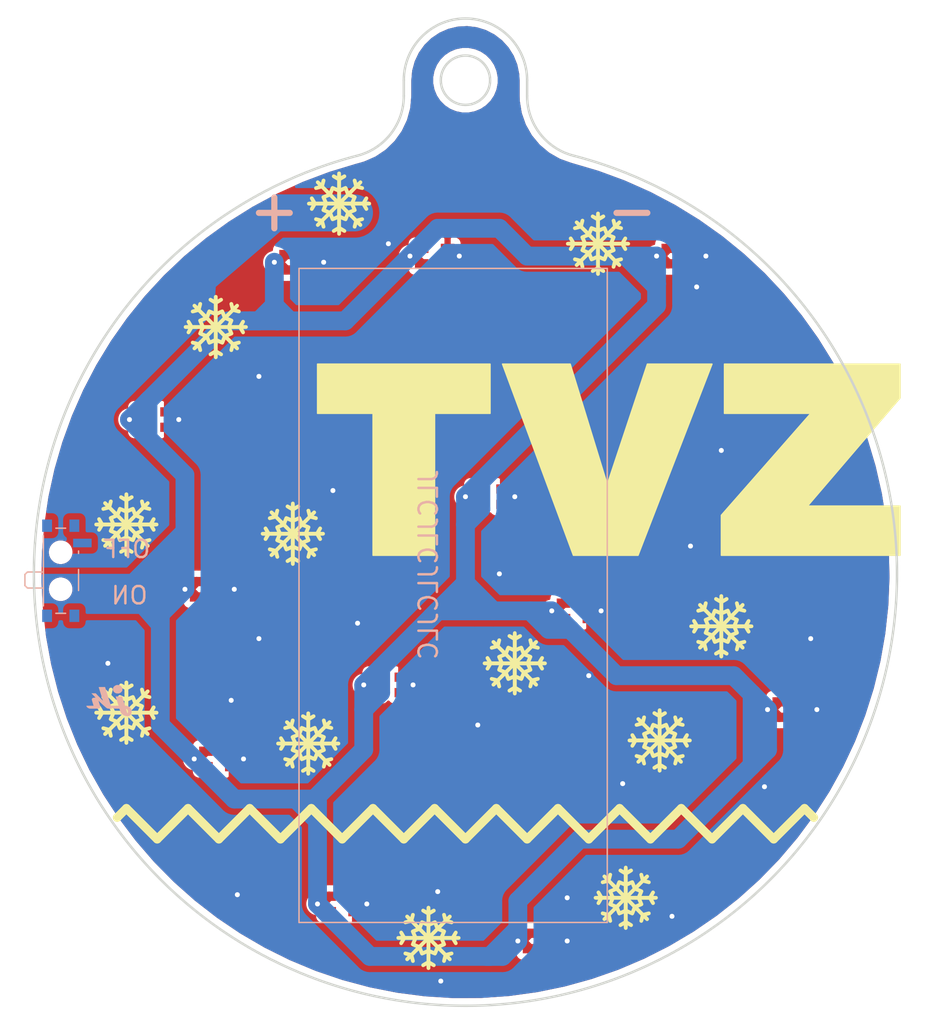
<source format=kicad_pcb>
(kicad_pcb (version 20171130) (host pcbnew "(5.1.10)-1")
  (layers (0 F.Cu signal) (31 B.Cu signal) (34 B.Paste user) (35 F.Paste user) (36 B.SilkS user) (37 F.SilkS user) (38 B.Mask user) (39 F.Mask user) (44 Edge.Cuts user))
  (net 0 "")
  (net 1 "Net-(D1-Pad1)")
  (net 2 "Net-(SW1-Pad3)")
  (net 3 VCC)
  (net 4 GND)
  (module TVZ_kuglica:logo (layer B.Cu) (at 108.05 110.2 180)
    (fp_text reference G*** hide)
    (fp_text value LOGO hide)
  )
  (module TVZ_kuglica:ukras1 (layer F.Cu) (at 116.75 80)
    (fp_text reference G*** hide)
    (fp_text value LOGO hide)
  )
  (module TVZ_kuglica:ukras2 (layer F.Cu) (at 144.25 78.75)
    (fp_text reference G*** hide)
    (fp_text value LOGO hide)
  )
  (module TVZ_kuglica:BAT-2xAAA-horizontalni_padovi (layer B.Cu) (at 136.5 101.75)
    (fp_text reference BT1 hide)
    (fp_text value 2xAAA)
    (pad 1 smd oval (at -10 -31 90) (size 3 6) (layers B.Cu B.Paste B.Mask) (net 3 VCC))
    (pad 2 smd oval (at 9 -31 270) (size 3 6) (layers B.Cu B.Paste B.Mask) (net 4 GND))
  )
  (module TVZ_kuglica:ukras1 (layer F.Cu) (at 150 126.25)
    (fp_text reference G*** hide)
    (fp_text value LOGO hide)
  )
  (module TVZ_kuglica:ukras1 (layer F.Cu) (at 134 129.5)
    (fp_text reference G*** hide)
    (fp_text value LOGO hide)
  )
  (module TVZ_kuglica:ukras1 (layer F.Cu) (at 147.75 73.25)
    (fp_text reference G*** hide)
    (fp_text value LOGO hide)
  )
  (module TVZ_kuglica:ukras3 (layer F.Cu) (at 137 68.75)
    (fp_text reference G*** hide)
    (fp_text value LOGO hide)
  )
  (module TVZ_kuglica:ukras1 (layer F.Cu) (at 152.75 113.5)
    (fp_text reference G*** hide)
    (fp_text value LOGO hide)
  )
  (module TVZ_kuglica:ukras1 (layer F.Cu) (at 157.75 104.25)
    (fp_text reference G*** hide)
    (fp_text value LOGO hide)
  )
  (module TVZ_kuglica:ukras1 (layer F.Cu) (at 141 107.25)
    (fp_text reference G*** hide)
    (fp_text value LOGO hide)
  )
  (module TVZ_kuglica:ukras1 (layer F.Cu) (at 124.25 113.75)
    (fp_text reference G*** hide)
    (fp_text value LOGO hide)
  )
  (module TVZ_kuglica:ukras1 (layer F.Cu) (at 109.5 111.25)
    (fp_text reference G*** hide)
    (fp_text value LOGO hide)
  )
  (module TVZ_kuglica:ukras1 (layer F.Cu) (at 123 96.75)
    (fp_text reference G*** hide)
    (fp_text value LOGO hide)
  )
  (module TVZ_kuglica:ukras1 (layer F.Cu) (at 109.5 96)
    (fp_text reference G*** hide)
    (fp_text value LOGO hide)
  )
  (module TVZ_kuglica:ukras1 (layer F.Cu) (at 126.75 70)
    (fp_text reference G*** hide)
    (fp_text value LOGO hide)
  )
  (module Button_Switch_SMD:SW_SPDT_PCM12 (layer B.Cu) (at 104.5 99.75 90)
    (fp_text reference SW1 hide)
    (fp_text value SW_SPDT)
    (pad "" np_thru_hole circle (at -1.5 -0.33 90) (size 0.9 0.9) (drill 0.9) (layers *.Cu *.Mask))
    (pad "" np_thru_hole circle (at 1.5 -0.33 90) (size 0.9 0.9) (drill 0.9) (layers *.Cu *.Mask))
    (pad 1 smd rect (at -2.25 1.43 90) (size 0.7 1.5) (layers B.Cu B.Paste B.Mask) (net 1 "Net-(D1-Pad1)"))
    (pad 2 smd rect (at 0.75 1.43 90) (size 0.7 1.5) (layers B.Cu B.Paste B.Mask) (net 3 VCC))
    (pad 3 smd rect (at 2.25 1.43 90) (size 0.7 1.5) (layers B.Cu B.Paste B.Mask) (net 2 "Net-(SW1-Pad3)"))
    (pad "" smd rect (at -3.65 -1.43 90) (size 1 0.8) (layers B.Cu B.Paste B.Mask))
    (pad "" smd rect (at 3.65 -1.43 90) (size 1 0.8) (layers B.Cu B.Paste B.Mask))
    (pad "" smd rect (at 3.65 0.78 90) (size 1 0.8) (layers B.Cu B.Paste B.Mask))
    (pad "" smd rect (at -3.65 0.78 90) (size 1 0.8) (layers B.Cu B.Paste B.Mask))
  )
  (module TVZ_kuglica:LED-0807 (layer F.Cu) (at 111.75 87.5)
    (fp_text reference D1 hide)
    (fp_text value RGB)
    (pad 1 smd rect (at -1.05 -0.625) (size 1.1 0.75) (layers F.Cu F.Paste F.Mask) (net 1 "Net-(D1-Pad1)"))
    (pad 2 smd rect (at 1.05 -0.625) (size 1.1 0.75) (layers F.Cu F.Paste F.Mask) (net 4 GND))
    (pad 1 smd rect (at -1.05 0.625) (size 1.1 0.75) (layers F.Cu F.Paste F.Mask) (net 1 "Net-(D1-Pad1)"))
    (pad 2 smd rect (at 1.05 0.625) (size 1.1 0.75) (layers F.Cu F.Paste F.Mask) (net 4 GND))
  )
  (module TVZ_kuglica:LED-0807 (layer F.Cu) (at 123.5 74.75)
    (fp_text reference D2 hide)
    (fp_text value RGB)
    (pad 2 smd rect (at 1.05 0.625) (size 1.1 0.75) (layers F.Cu F.Paste F.Mask) (net 4 GND))
    (pad 1 smd rect (at -1.05 0.625) (size 1.1 0.75) (layers F.Cu F.Paste F.Mask) (net 1 "Net-(D1-Pad1)"))
    (pad 2 smd rect (at 1.05 -0.625) (size 1.1 0.75) (layers F.Cu F.Paste F.Mask) (net 4 GND))
    (pad 1 smd rect (at -1.05 -0.625) (size 1.1 0.75) (layers F.Cu F.Paste F.Mask) (net 1 "Net-(D1-Pad1)"))
  )
  (module TVZ_kuglica:LED-0807 (layer F.Cu) (at 154.5 74.25)
    (fp_text reference D3 hide)
    (fp_text value RGB)
    (pad 1 smd rect (at -1.05 -0.625) (size 1.1 0.75) (layers F.Cu F.Paste F.Mask) (net 1 "Net-(D1-Pad1)"))
    (pad 2 smd rect (at 1.05 -0.625) (size 1.1 0.75) (layers F.Cu F.Paste F.Mask) (net 4 GND))
    (pad 1 smd rect (at -1.05 0.625) (size 1.1 0.75) (layers F.Cu F.Paste F.Mask) (net 1 "Net-(D1-Pad1)"))
    (pad 2 smd rect (at 1.05 0.625) (size 1.1 0.75) (layers F.Cu F.Paste F.Mask) (net 4 GND))
  )
  (module TVZ_kuglica:LED-0807 (layer F.Cu) (at 130.75 109)
    (fp_text reference D4 hide)
    (fp_text value RGB)
    (pad 2 smd rect (at 1.05 0.625) (size 1.1 0.75) (layers F.Cu F.Paste F.Mask) (net 4 GND))
    (pad 1 smd rect (at -1.05 0.625) (size 1.1 0.75) (layers F.Cu F.Paste F.Mask) (net 1 "Net-(D1-Pad1)"))
    (pad 2 smd rect (at 1.05 -0.625) (size 1.1 0.75) (layers F.Cu F.Paste F.Mask) (net 4 GND))
    (pad 1 smd rect (at -1.05 -0.625) (size 1.1 0.75) (layers F.Cu F.Paste F.Mask) (net 1 "Net-(D1-Pad1)"))
  )
  (module TVZ_kuglica:LED-0807 (layer F.Cu) (at 117 115)
    (fp_text reference D5 hide)
    (fp_text value RGB)
    (pad 1 smd rect (at -1.05 -0.625) (size 1.1 0.75) (layers F.Cu F.Paste F.Mask) (net 1 "Net-(D1-Pad1)"))
    (pad 2 smd rect (at 1.05 -0.625) (size 1.1 0.75) (layers F.Cu F.Paste F.Mask) (net 4 GND))
    (pad 1 smd rect (at -1.05 0.625) (size 1.1 0.75) (layers F.Cu F.Paste F.Mask) (net 1 "Net-(D1-Pad1)"))
    (pad 2 smd rect (at 1.05 0.625) (size 1.1 0.75) (layers F.Cu F.Paste F.Mask) (net 4 GND))
  )
  (module TVZ_kuglica:LED-0807 (layer F.Cu) (at 116.25 101.25)
    (fp_text reference D6 hide)
    (fp_text value RGB)
    (pad 2 smd rect (at 1.05 0.625) (size 1.1 0.75) (layers F.Cu F.Paste F.Mask) (net 4 GND))
    (pad 1 smd rect (at -1.05 0.625) (size 1.1 0.75) (layers F.Cu F.Paste F.Mask) (net 1 "Net-(D1-Pad1)"))
    (pad 2 smd rect (at 1.05 -0.625) (size 1.1 0.75) (layers F.Cu F.Paste F.Mask) (net 4 GND))
    (pad 1 smd rect (at -1.05 -0.625) (size 1.1 0.75) (layers F.Cu F.Paste F.Mask) (net 1 "Net-(D1-Pad1)"))
  )
  (module TVZ_kuglica:LED-0807 (layer F.Cu) (at 143.25 129.75)
    (fp_text reference D7 hide)
    (fp_text value RGB)
    (pad 1 smd rect (at -1.05 -0.625) (size 1.1 0.75) (layers F.Cu F.Paste F.Mask) (net 1 "Net-(D1-Pad1)"))
    (pad 2 smd rect (at 1.05 -0.625) (size 1.1 0.75) (layers F.Cu F.Paste F.Mask) (net 4 GND))
    (pad 1 smd rect (at -1.05 0.625) (size 1.1 0.75) (layers F.Cu F.Paste F.Mask) (net 1 "Net-(D1-Pad1)"))
    (pad 2 smd rect (at 1.05 0.625) (size 1.1 0.75) (layers F.Cu F.Paste F.Mask) (net 4 GND))
  )
  (module TVZ_kuglica:LED-0807 (layer F.Cu) (at 163.5 111)
    (fp_text reference D8 hide)
    (fp_text value RGB)
    (pad 2 smd rect (at 1.05 0.625) (size 1.1 0.75) (layers F.Cu F.Paste F.Mask) (net 4 GND))
    (pad 1 smd rect (at -1.05 0.625) (size 1.1 0.75) (layers F.Cu F.Paste F.Mask) (net 1 "Net-(D1-Pad1)"))
    (pad 2 smd rect (at 1.05 -0.625) (size 1.1 0.75) (layers F.Cu F.Paste F.Mask) (net 4 GND))
    (pad 1 smd rect (at -1.05 -0.625) (size 1.1 0.75) (layers F.Cu F.Paste F.Mask) (net 1 "Net-(D1-Pad1)"))
  )
  (module TVZ_kuglica:LED-0807 (layer F.Cu) (at 134.5 74.25)
    (fp_text reference D9 hide)
    (fp_text value RGB)
    (pad 1 smd rect (at -1.05 -0.625) (size 1.1 0.75) (layers F.Cu F.Paste F.Mask) (net 1 "Net-(D1-Pad1)"))
    (pad 2 smd rect (at 1.05 -0.625) (size 1.1 0.75) (layers F.Cu F.Paste F.Mask) (net 4 GND))
    (pad 1 smd rect (at -1.05 0.625) (size 1.1 0.75) (layers F.Cu F.Paste F.Mask) (net 1 "Net-(D1-Pad1)"))
    (pad 2 smd rect (at 1.05 0.625) (size 1.1 0.75) (layers F.Cu F.Paste F.Mask) (net 4 GND))
  )
  (module TVZ_kuglica:LED-0807 (layer F.Cu) (at 146 103)
    (fp_text reference D10 hide)
    (fp_text value RGB)
    (pad 2 smd rect (at 1.05 0.625) (size 1.1 0.75) (layers F.Cu F.Paste F.Mask) (net 4 GND))
    (pad 1 smd rect (at -1.05 0.625) (size 1.1 0.75) (layers F.Cu F.Paste F.Mask) (net 1 "Net-(D1-Pad1)"))
    (pad 2 smd rect (at 1.05 -0.625) (size 1.1 0.75) (layers F.Cu F.Paste F.Mask) (net 4 GND))
    (pad 1 smd rect (at -1.05 -0.625) (size 1.1 0.75) (layers F.Cu F.Paste F.Mask) (net 1 "Net-(D1-Pad1)"))
  )
  (module TVZ_kuglica:LED-0807 (layer F.Cu) (at 127 126.75)
    (fp_text reference D11 hide)
    (fp_text value RGB)
    (pad 1 smd rect (at -1.05 -0.625) (size 1.1 0.75) (layers F.Cu F.Paste F.Mask) (net 1 "Net-(D1-Pad1)"))
    (pad 2 smd rect (at 1.05 -0.625) (size 1.1 0.75) (layers F.Cu F.Paste F.Mask) (net 4 GND))
    (pad 1 smd rect (at -1.05 0.625) (size 1.1 0.75) (layers F.Cu F.Paste F.Mask) (net 1 "Net-(D1-Pad1)"))
    (pad 2 smd rect (at 1.05 0.625) (size 1.1 0.75) (layers F.Cu F.Paste F.Mask) (net 4 GND))
  )
  (module TVZ_kuglica:LED-0807 (layer F.Cu) (at 139 93.75)
    (fp_text reference D12 hide)
    (fp_text value RGB)
    (pad 1 smd rect (at -1.05 -0.625) (size 1.1 0.75) (layers F.Cu F.Paste F.Mask) (net 1 "Net-(D1-Pad1)"))
    (pad 2 smd rect (at 1.05 -0.625) (size 1.1 0.75) (layers F.Cu F.Paste F.Mask) (net 4 GND))
    (pad 1 smd rect (at -1.05 0.625) (size 1.1 0.75) (layers F.Cu F.Paste F.Mask) (net 1 "Net-(D1-Pad1)"))
    (pad 2 smd rect (at 1.05 0.625) (size 1.1 0.75) (layers F.Cu F.Paste F.Mask) (net 4 GND))
  )
  (gr_line (start 157 121.5) (end 154.5 119) (layer F.SilkS) (width 0.7))
  (gr_line (start 122 121.5) (end 119.5 119) (layer F.SilkS) (width 0.7))
  (gr_line (start 117 121.5) (end 114.5 119) (layer F.SilkS) (width 0.7))
  (gr_line (start 129.5 119) (end 127 121.5) (layer F.SilkS) (width 0.7))
  (gr_line (start 137 121.5) (end 134.5 119) (layer F.SilkS) (width 0.7))
  (gr_line (start 112 121.5) (end 109.5 119) (layer F.SilkS) (width 0.7))
  (gr_line (start 139.5 119) (end 137 121.5) (layer F.SilkS) (width 0.7))
  (gr_line (start 134.5 119) (end 132 121.5) (layer F.SilkS) (width 0.7))
  (gr_line (start 152 121.5) (end 149.5 119) (layer F.SilkS) (width 0.7))
  (gr_line (start 109.5 119) (end 108.75 119.75) (layer F.SilkS) (width 0.7))
  (gr_line (start 147 121.5) (end 144.5 119) (layer F.SilkS) (width 0.7))
  (gr_line (start 154.5 119) (end 152 121.5) (layer F.SilkS) (width 0.7))
  (gr_line (start 165.25 119.75) (end 164.5 119) (layer F.SilkS) (width 0.7))
  (gr_line (start 127 121.5) (end 124.5 119) (layer F.SilkS) (width 0.7))
  (gr_line (start 162 121.5) (end 159.5 119) (layer F.SilkS) (width 0.7))
  (gr_line (start 114.5 119) (end 112 121.5) (layer F.SilkS) (width 0.7))
  (gr_line (start 159.5 119) (end 157 121.5) (layer F.SilkS) (width 0.7))
  (gr_line (start 149.5 119) (end 147 121.5) (layer F.SilkS) (width 0.7))
  (gr_line (start 119.5 119) (end 117 121.5) (layer F.SilkS) (width 0.7))
  (gr_line (start 142 121.5) (end 139.5 119) (layer F.SilkS) (width 0.7))
  (gr_line (start 124.5 119) (end 122 121.5) (layer F.SilkS) (width 0.7))
  (gr_line (start 144.5 119) (end 142 121.5) (layer F.SilkS) (width 0.7))
  (gr_line (start 132 121.5) (end 129.5 119) (layer F.SilkS) (width 0.7))
  (gr_line (start 164.5 119) (end 162 121.5) (layer F.SilkS) (width 0.7))
  (gr_poly (pts (xy 172.25 85.75) (xy 164.75 94.5) (xy 172.25 94.5) (xy 172.25 98.5) (xy 157.75 98.5) (xy 157.75 95.25) (xy 165 87) (xy 158 87) (xy 158 83) (xy 172.25 83)) (layer F.SilkS) (width 0.1))
  (gr_poly (pts (xy 148.5 92.75) (xy 151.75 83) (xy 157 83) (xy 151 98.5) (xy 145.75 98.5) (xy 140 83) (xy 145.5 83)) (layer F.SilkS) (width 0.1))
  (gr_poly (pts (xy 139 87) (xy 134.5 87) (xy 134.5 98.5) (xy 129.5 98.5) (xy 129.5 87) (xy 125 87) (xy 125 86.753839) (xy 125 86) (xy 125 85.25) (xy 125 84.5) (xy 125 83) (xy 128.5 83) (xy 129.25 83) (xy 129.94 83) (xy 130.25 83) (xy 130.54 83) (xy 130.75 83) (xy 139 83)) (layer F.SilkS) (width 0.1))
  (gr_line (start 132 61.270167) (end 132 60) (layer Edge.Cuts) (width 0.2))
  (gr_arc (start 147 61.270167) (end 142 61.270167) (angle -75.52248781) (layer Edge.Cuts) (width 0.2))
  (gr_arc (start 137 60) (end 142 60) (angle -180) (layer Edge.Cuts) (width 0.2))
  (gr_arc (start 137 100) (end 128.249999 66.111396) (angle -331.0449756) (layer Edge.Cuts) (width 0.2))
  (gr_arc (start 126.999999 61.270167) (end 128.249999 66.111396) (angle -75.52248781) (layer Edge.Cuts) (width 0.2))
  (gr_line (start 142 60) (end 142 61.270167) (layer Edge.Cuts) (width 0.2))
  (gr_text ON (at 109.75 101.75) (layer B.SilkS) (effects (font (size 1.4 1.4) (thickness 0.2)) (justify mirror)))
  (gr_text OFF (at 109.5 98) (layer B.SilkS) (effects (font (size 1.4 1.4) (thickness 0.2)) (justify mirror)))
  (gr_text JLCJLCJLCJLC (at 134 99.25 90) (layer B.SilkS) (effects (font (size 1.5 1.5) (thickness 0.2)) (justify mirror)))
  (gr_circle (center 137 60) (end 139 60) (layer Edge.Cuts) (width 0.2))
  (via (at 144 103) (size 0.8) (drill 0.4) (layers F.Cu B.Cu) (net 1))
  (via (at 161.5 111) (size 0.8) (drill 0.4) (layers F.Cu B.Cu) (net 1))
  (via (at 141.25 129.75) (size 0.8) (drill 0.4) (layers F.Cu B.Cu) (net 1))
  (via (at 109.75 87.5) (size 0.8) (drill 0.4) (layers F.Cu B.Cu) (net 1))
  (via (at 121.5 74.75) (size 0.8) (drill 0.4) (layers F.Cu B.Cu) (net 1))
  (via (at 132.5 74.25) (size 0.8) (drill 0.4) (layers F.Cu B.Cu) (net 1))
  (via (at 152.5 74.25) (size 0.8) (drill 0.4) (layers F.Cu B.Cu) (net 1))
  (via (at 128.75 109) (size 0.8) (drill 0.4) (layers F.Cu B.Cu) (net 1))
  (via (at 114.25 101.25) (size 0.8) (drill 0.4) (layers F.Cu B.Cu) (net 1))
  (via (at 115 115) (size 0.8) (drill 0.4) (layers F.Cu B.Cu) (net 1))
  (segment (start 115.325 115) (end 115.95 114.375) (width 0.762) (layer F.Cu) (net 1))
  (segment (start 115.325 115) (end 115.95 115.625) (width 0.762) (layer F.Cu) (net 1))
  (segment (start 115 115) (end 115.325 115) (width 0.762) (layer F.Cu) (net 1))
  (segment (start 114.575 101.25) (end 115.2 100.625) (width 0.762) (layer F.Cu) (net 1))
  (segment (start 114.575 101.25) (end 115.2 101.875) (width 0.762) (layer F.Cu) (net 1))
  (segment (start 114.25 101.25) (end 114.575 101.25) (width 0.762) (layer F.Cu) (net 1))
  (segment (start 129.075 109) (end 129.7 109.625) (width 0.762) (layer F.Cu) (net 1))
  (segment (start 129.075 109) (end 129.7 108.375) (width 0.762) (layer F.Cu) (net 1))
  (segment (start 128.75 109) (end 129.075 109) (width 0.762) (layer F.Cu) (net 1))
  (segment (start 152.825 74.25) (end 153.45 74.875) (width 0.762) (layer F.Cu) (net 1))
  (segment (start 152.825 74.25) (end 153.45 73.625) (width 0.762) (layer F.Cu) (net 1))
  (segment (start 161.825 111) (end 162.45 110.375) (width 0.762) (layer F.Cu) (net 1))
  (segment (start 161.825 111) (end 162.45 111.625) (width 0.762) (layer F.Cu) (net 1))
  (segment (start 161.5 111) (end 161.825 111) (width 0.762) (layer F.Cu) (net 1))
  (segment (start 144.325 103) (end 144.95 102.375) (width 0.762) (layer F.Cu) (net 1))
  (segment (start 144.325 103) (end 144.95 103.625) (width 0.762) (layer F.Cu) (net 1))
  (segment (start 144 103) (end 144.325 103) (width 0.762) (layer F.Cu) (net 1))
  (segment (start 110.075 87.5) (end 110.7 86.875) (width 0.762) (layer F.Cu) (net 1))
  (segment (start 110.075 87.5) (end 110.7 88.125) (width 0.762) (layer F.Cu) (net 1))
  (segment (start 109.75 87.5) (end 110.075 87.5) (width 0.762) (layer F.Cu) (net 1))
  (segment (start 121.825 74.75) (end 122.45 74.125) (width 0.762) (layer F.Cu) (net 1))
  (segment (start 121.825 74.75) (end 122.45 75.375) (width 0.762) (layer F.Cu) (net 1))
  (segment (start 121.5 74.75) (end 121.825 74.75) (width 0.762) (layer F.Cu) (net 1))
  (segment (start 132.825 74.25) (end 133.45 73.625) (width 0.762) (layer F.Cu) (net 1))
  (segment (start 132.825 74.25) (end 133.45 74.875) (width 0.762) (layer F.Cu) (net 1))
  (segment (start 141.575 129.75) (end 142.2 130.375) (width 0.762) (layer F.Cu) (net 1))
  (segment (start 141.575 129.75) (end 142.2 129.125) (width 0.762) (layer F.Cu) (net 1))
  (segment (start 141.25 129.75) (end 141.575 129.75) (width 0.762) (layer F.Cu) (net 1))
  (segment (start 115 115) (end 112.25 112.25) (width 1.524) (layer B.Cu) (net 1))
  (segment (start 112.25 112.25) (end 112.25 103.25) (width 1.524) (layer B.Cu) (net 1))
  (segment (start 112.25 103.25) (end 114.25 101.25) (width 1.524) (layer B.Cu) (net 1))
  (segment (start 114.25 95.25) (end 114.25 92) (width 1.524) (layer B.Cu) (net 1))
  (segment (start 111.25 86) (end 111.375 85.875) (width 1.524) (layer B.Cu) (net 1))
  (segment (start 111.375 85.875) (end 116.75 80.5) (width 1.524) (layer B.Cu) (net 1))
  (segment (start 109.75 87.5) (end 111.375 85.875) (width 1.524) (layer B.Cu) (net 1))
  (segment (start 111.25 89) (end 111.25 86) (width 1.524) (layer B.Cu) (net 1))
  (segment (start 114.25 92) (end 111.25 89) (width 1.524) (layer B.Cu) (net 1))
  (segment (start 111.25 89) (end 109.75 87.5) (width 1.524) (layer B.Cu) (net 1))
  (segment (start 145.5 104.5) (end 143.75 104.5) (width 1.524) (layer B.Cu) (net 1))
  (segment (start 143.75 104.5) (end 142.25 103) (width 1.524) (layer B.Cu) (net 1))
  (segment (start 144 103) (end 142.25 103) (width 1.524) (layer B.Cu) (net 1))
  (segment (start 145.5 104.5) (end 144 103) (width 1.524) (layer B.Cu) (net 1))
  (segment (start 128.75 114.25) (end 124.75 118.25) (width 1.524) (layer B.Cu) (net 1))
  (segment (start 118.25 118.25) (end 115 115) (width 1.524) (layer B.Cu) (net 1))
  (segment (start 130.125 109.625) (end 128.75 111) (width 1.524) (layer B.Cu) (net 1))
  (segment (start 128.75 111) (end 128.75 114.25) (width 1.524) (layer B.Cu) (net 1))
  (segment (start 128.75 109) (end 128.75 111) (width 1.524) (layer B.Cu) (net 1))
  (segment (start 130.125 107.625) (end 130.125 109.625) (width 1.524) (layer B.Cu) (net 1))
  (segment (start 130.125 107.625) (end 128.75 109) (width 1.524) (layer B.Cu) (net 1))
  (segment (start 134.75 72) (end 132.5 74.25) (width 1.524) (layer B.Cu) (net 1))
  (segment (start 139.75 72) (end 134.75 72) (width 1.524) (layer B.Cu) (net 1))
  (segment (start 142 74.25) (end 139.75 72) (width 1.524) (layer B.Cu) (net 1))
  (segment (start 117.75 79.5) (end 116.75 80.5) (width 1.524) (layer B.Cu) (net 1))
  (segment (start 127.25 79.5) (end 132.5 74.25) (width 1.524) (layer B.Cu) (net 1))
  (segment (start 119.5 79.5) (end 119 79.5) (width 1.524) (layer B.Cu) (net 1))
  (segment (start 117.75 79.5) (end 119.5 79.5) (width 1.524) (layer B.Cu) (net 1))
  (segment (start 141.25 126.5) (end 146.25 121.5) (width 1.524) (layer B.Cu) (net 1))
  (segment (start 146.25 121.5) (end 154.25 121.5) (width 1.524) (layer B.Cu) (net 1))
  (segment (start 154.25 121.5) (end 157.25 118.5) (width 1.524) (layer B.Cu) (net 1))
  (segment (start 112.25 101.25) (end 114.25 99.25) (width 1.524) (layer B.Cu) (net 1))
  (segment (start 112.25 103.25) (end 112.25 101.25) (width 1.524) (layer B.Cu) (net 1))
  (segment (start 114.25 99.25) (end 114.25 95.25) (width 1.524) (layer B.Cu) (net 1))
  (segment (start 114.25 101.25) (end 114.25 99.25) (width 1.524) (layer B.Cu) (net 1))
  (via (at 125 126.75) (size 0.8) (drill 0.4) (layers F.Cu B.Cu) (net 1))
  (segment (start 125.325 126.75) (end 125.95 126.125) (width 0.762) (layer F.Cu) (net 1))
  (segment (start 125.325 126.75) (end 125.95 127.375) (width 0.762) (layer F.Cu) (net 1))
  (segment (start 125 126.75) (end 125.325 126.75) (width 0.762) (layer F.Cu) (net 1))
  (segment (start 125 118.5) (end 124.75 118.25) (width 1.524) (layer B.Cu) (net 1))
  (segment (start 123.25 118.25) (end 125 120) (width 1.524) (layer B.Cu) (net 1))
  (segment (start 125 120) (end 125 118.5) (width 1.524) (layer B.Cu) (net 1))
  (segment (start 124.75 118.25) (end 123.25 118.25) (width 1.524) (layer B.Cu) (net 1))
  (segment (start 125 126.75) (end 125 120) (width 1.524) (layer B.Cu) (net 1))
  (segment (start 123.25 118.25) (end 118.25 118.25) (width 1.524) (layer B.Cu) (net 1))
  (segment (start 141.25 129.75) (end 140 131) (width 1.524) (layer B.Cu) (net 1))
  (segment (start 129.25 131) (end 125 126.75) (width 1.524) (layer B.Cu) (net 1))
  (segment (start 138.75 131) (end 139 131) (width 1.524) (layer B.Cu) (net 1))
  (segment (start 139 131) (end 141.25 128.75) (width 1.524) (layer B.Cu) (net 1))
  (segment (start 141.25 128.75) (end 141.25 126.5) (width 1.524) (layer B.Cu) (net 1))
  (segment (start 141.25 129.75) (end 141.25 128.75) (width 1.524) (layer B.Cu) (net 1))
  (segment (start 140 131) (end 138.75 131) (width 1.524) (layer B.Cu) (net 1))
  (segment (start 138.75 131) (end 129.25 131) (width 1.524) (layer B.Cu) (net 1))
  (segment (start 121.5 79.25) (end 121.75 79.5) (width 1.524) (layer B.Cu) (net 1))
  (segment (start 119.5 79.5) (end 121.75 79.5) (width 1.524) (layer B.Cu) (net 1))
  (segment (start 119.5 79.5) (end 120.25 79.5) (width 1.524) (layer B.Cu) (net 1))
  (segment (start 121.5 78.25) (end 121.5 79.25) (width 1.524) (layer B.Cu) (net 1))
  (segment (start 120.25 79.5) (end 121.5 78.25) (width 1.524) (layer B.Cu) (net 1))
  (segment (start 121.5 74.75) (end 121.5 78.25) (width 1.524) (layer B.Cu) (net 1))
  (segment (start 121.5 78.25) (end 122.75 79.5) (width 1.524) (layer B.Cu) (net 1))
  (segment (start 122.75 79.5) (end 127.25 79.5) (width 1.524) (layer B.Cu) (net 1))
  (segment (start 121.75 79.5) (end 122.75 79.5) (width 1.524) (layer B.Cu) (net 1))
  (via (at 137 93.75) (size 0.8) (drill 0.4) (layers F.Cu B.Cu) (net 1))
  (segment (start 137.325 93.75) (end 137.95 93.125) (width 0.762) (layer F.Cu) (net 1))
  (segment (start 137.325 93.75) (end 137.95 94.375) (width 0.762) (layer F.Cu) (net 1))
  (segment (start 137 93.75) (end 137.325 93.75) (width 0.762) (layer F.Cu) (net 1))
  (segment (start 137 100.75) (end 134.25 103.5) (width 1.524) (layer B.Cu) (net 1))
  (segment (start 134.25 103.5) (end 130.125 107.625) (width 1.524) (layer B.Cu) (net 1))
  (segment (start 134.75 103) (end 134.25 103.5) (width 1.524) (layer B.Cu) (net 1))
  (segment (start 137 102.25) (end 137.75 103) (width 1.524) (layer B.Cu) (net 1))
  (segment (start 137.75 103) (end 134.75 103) (width 1.524) (layer B.Cu) (net 1))
  (segment (start 137 100.75) (end 137 102.25) (width 1.524) (layer B.Cu) (net 1))
  (segment (start 137 100.75) (end 139.25 103) (width 1.524) (layer B.Cu) (net 1))
  (segment (start 139.25 103) (end 137.75 103) (width 1.524) (layer B.Cu) (net 1))
  (segment (start 142.25 103) (end 139.25 103) (width 1.524) (layer B.Cu) (net 1))
  (segment (start 158.75 108.25) (end 159 108.5) (width 1.524) (layer B.Cu) (net 1))
  (segment (start 149.25 108.25) (end 158.75 108.25) (width 1.524) (layer B.Cu) (net 1))
  (segment (start 145.5 104.5) (end 149.25 108.25) (width 1.524) (layer B.Cu) (net 1))
  (segment (start 161.5 111) (end 161.5 114.25) (width 1.524) (layer B.Cu) (net 1))
  (segment (start 160.25 109.75) (end 160.25 114.5) (width 1.524) (layer B.Cu) (net 1))
  (segment (start 161.5 114.25) (end 160.75 115) (width 1.524) (layer B.Cu) (net 1))
  (segment (start 160.25 114.5) (end 160.75 115) (width 1.524) (layer B.Cu) (net 1))
  (segment (start 159 108.5) (end 160.25 109.75) (width 1.524) (layer B.Cu) (net 1))
  (segment (start 160.25 109.75) (end 161.5 111) (width 1.524) (layer B.Cu) (net 1))
  (segment (start 160.25 115.5) (end 160.125 115.625) (width 1.524) (layer B.Cu) (net 1))
  (segment (start 160.25 114.5) (end 160.25 115.5) (width 1.524) (layer B.Cu) (net 1))
  (segment (start 160.125 115.625) (end 157.25 118.5) (width 1.524) (layer B.Cu) (net 1))
  (segment (start 160.75 115) (end 160.125 115.625) (width 1.524) (layer B.Cu) (net 1))
  (segment (start 152.25 76.5) (end 150 74.25) (width 1.524) (layer B.Cu) (net 1))
  (segment (start 152.5 76.5) (end 152.25 76.5) (width 1.524) (layer B.Cu) (net 1))
  (segment (start 150 74.25) (end 142 74.25) (width 1.524) (layer B.Cu) (net 1))
  (segment (start 152.5 74.25) (end 150 74.25) (width 1.524) (layer B.Cu) (net 1))
  (segment (start 152.5 78.25) (end 152.5 76.5) (width 1.524) (layer B.Cu) (net 1))
  (segment (start 152.5 76.5) (end 152.5 74.25) (width 1.524) (layer B.Cu) (net 1))
  (segment (start 138.25 94.75) (end 137 96) (width 1.524) (layer B.Cu) (net 1))
  (segment (start 138.25 92.5) (end 138.25 94.75) (width 1.524) (layer B.Cu) (net 1))
  (segment (start 137 96) (end 137 100.75) (width 1.524) (layer B.Cu) (net 1))
  (segment (start 137 93.75) (end 138.25 92.5) (width 1.524) (layer B.Cu) (net 1))
  (segment (start 137 93.75) (end 137 96) (width 1.524) (layer B.Cu) (net 1))
  (segment (start 138.25 92.5) (end 152.5 78.25) (width 1.524) (layer B.Cu) (net 1))
  (segment (start 105.93 99) (end 108.75 99) (width 0.762) (layer B.Cu) (net 3))
  (segment (start 108.75 99) (end 109.75 98) (width 0.762) (layer B.Cu) (net 3))
  (segment (start 109.75 98) (end 109.75 94) (width 0.762) (layer B.Cu) (net 3))
  (segment (start 109.75 94) (end 107.25 91.5) (width 0.762) (layer B.Cu) (net 3))
  (segment (start 107.25 91.5) (end 107.25 86) (width 0.762) (layer B.Cu) (net 3))
  (segment (start 107.25 86) (end 113.5 79.75) (width 0.762) (layer B.Cu) (net 3))
  (segment (start 113.5 79.75) (end 113.5 77) (width 0.762) (layer B.Cu) (net 3))
  (segment (start 119.75 70.75) (end 126.5 70.75) (width 0.762) (layer B.Cu) (net 3))
  (segment (start 113.5 77) (end 119.75 70.75) (width 0.762) (layer B.Cu) (net 3))
  (via (at 118.5 126) (size 0.8) (drill 0.4) (layers F.Cu B.Cu) (net 4))
  (via (at 134.75 125.75) (size 0.8) (drill 0.4) (layers F.Cu B.Cu) (net 4))
  (via (at 135 133) (size 0.8) (drill 0.4) (layers F.Cu B.Cu) (net 4))
  (via (at 145.25 126.25) (size 0.8) (drill 0.4) (layers F.Cu B.Cu) (net 4))
  (via (at 153.75 127.75) (size 0.8) (drill 0.4) (layers F.Cu B.Cu) (net 4))
  (via (at 155.75 76.75) (size 0.8) (drill 0.4) (layers F.Cu B.Cu) (net 4))
  (via (at 130.75 73.25) (size 0.8) (drill 0.4) (layers F.Cu B.Cu) (net 4))
  (via (at 120.25 84) (size 0.8) (drill 0.4) (layers F.Cu B.Cu) (net 4))
  (via (at 126.25 93.25) (size 0.8) (drill 0.4) (layers F.Cu B.Cu) (net 4))
  (via (at 120.25 105.25) (size 0.8) (drill 0.4) (layers F.Cu B.Cu) (net 4))
  (via (at 128.25 104) (size 0.8) (drill 0.4) (layers F.Cu B.Cu) (net 4))
  (via (at 108 107.25) (size 0.8) (drill 0.4) (layers F.Cu B.Cu) (net 4))
  (via (at 118 110.25) (size 0.8) (drill 0.4) (layers F.Cu B.Cu) (net 4))
  (via (at 138 112.25) (size 0.8) (drill 0.4) (layers F.Cu B.Cu) (net 4))
  (via (at 149.75 117) (size 0.8) (drill 0.4) (layers F.Cu B.Cu) (net 4))
  (via (at 147 108.25) (size 0.8) (drill 0.4) (layers F.Cu B.Cu) (net 4))
  (via (at 165 105.25) (size 0.8) (drill 0.4) (layers F.Cu B.Cu) (net 4))
  (via (at 161.25 117.25) (size 0.8) (drill 0.4) (layers F.Cu B.Cu) (net 4))
  (via (at 155.25 97.75) (size 0.8) (drill 0.4) (layers F.Cu B.Cu) (net 4))
  (via (at 157.75 90) (size 0.8) (drill 0.4) (layers F.Cu B.Cu) (net 4))
  (via (at 139.75 100) (size 0.8) (drill 0.4) (layers F.Cu B.Cu) (net 4))
  (via (at 165.5 111) (size 0.8) (drill 0.4) (layers F.Cu B.Cu) (net 4))
  (via (at 132.75 109) (size 0.8) (drill 0.4) (layers F.Cu B.Cu) (net 4))
  (via (at 148 103) (size 0.8) (drill 0.4) (layers F.Cu B.Cu) (net 4))
  (via (at 119 115) (size 0.8) (drill 0.4) (layers F.Cu B.Cu) (net 4))
  (via (at 118.25 101.25) (size 0.8) (drill 0.4) (layers F.Cu B.Cu) (net 4))
  (via (at 145.25 129.75) (size 0.8) (drill 0.4) (layers F.Cu B.Cu) (net 4))
  (via (at 113.75 87.5) (size 0.8) (drill 0.4) (layers F.Cu B.Cu) (net 4))
  (via (at 136.5 74.25) (size 0.8) (drill 0.4) (layers F.Cu B.Cu) (net 4))
  (via (at 156.5 74.25) (size 0.8) (drill 0.4) (layers F.Cu B.Cu) (net 4))
  (via (at 125.5 74.75) (size 0.8) (drill 0.4) (layers F.Cu B.Cu) (net 4))
  (via (at 129 126.75) (size 0.8) (drill 0.4) (layers F.Cu B.Cu) (net 4))
  (via (at 141 93.75) (size 0.8) (drill 0.4) (layers F.Cu B.Cu) (net 4))
  (zone (net 4) (net_name GND) (layer F.Cu) (connect_pads (clearance 0.508)) (min_thickness 0.254) (fill yes (arc_segments 32) (thermal_gap 0.508) (thermal_bridge_width 0.508))
    (polygon (pts (xy 175.75 53.5) (xy 175.75 136.5) (xy 99.25 136.5) (xy 99.25 53.75)))
  )
  (zone (net 4) (net_name GND) (layer B.Cu) (connect_pads yes (clearance 0.508)) (min_thickness 0.254) (fill yes (arc_segments 32) (thermal_gap 0.508) (thermal_bridge_width 0.508))
    (polygon (pts (xy 175.75 53.5) (xy 175.75 136.5) (xy 99.25 136.5) (xy 99.25 53.75)))
  )
  (zone (net 3) (net_name VCC) (layer B.Cu) (priority 1) (connect_pads yes (clearance 0.508)) (min_thickness 0.254) (fill yes (arc_segments 32) (thermal_gap 0.508) (thermal_bridge_width 0.508))
    (polygon (pts (xy 125 72.25) (xy 122 72.25) (xy 116.75 76.75) (xy 116.5 80.75) (xy 111 86.25) (xy 110.75 88.25) (xy 113.75 91.5) (xy 113.75 96) (xy 109.75 100) (xy 101.25 100) (xy 101.25 69.25) (xy 125 69.25)))
  )
  (zone (net 1) (net_name "Net-(D1-Pad1)") (layer B.Cu) (priority 2) (connect_pads yes (clearance 0.508)) (min_thickness 0.254) (fill yes (arc_segments 32) (thermal_gap 0.508) (thermal_bridge_width 0.508))
    (polygon (pts (xy 114.25 101.25) (xy 112.25 103.25) (xy 112.25 105.25) (xy 110.5 103.25) (xy 101.25 103.25) (xy 101.25 100) (xy 109.75 100) (xy 114.25 95.5)))
  )
)
</source>
